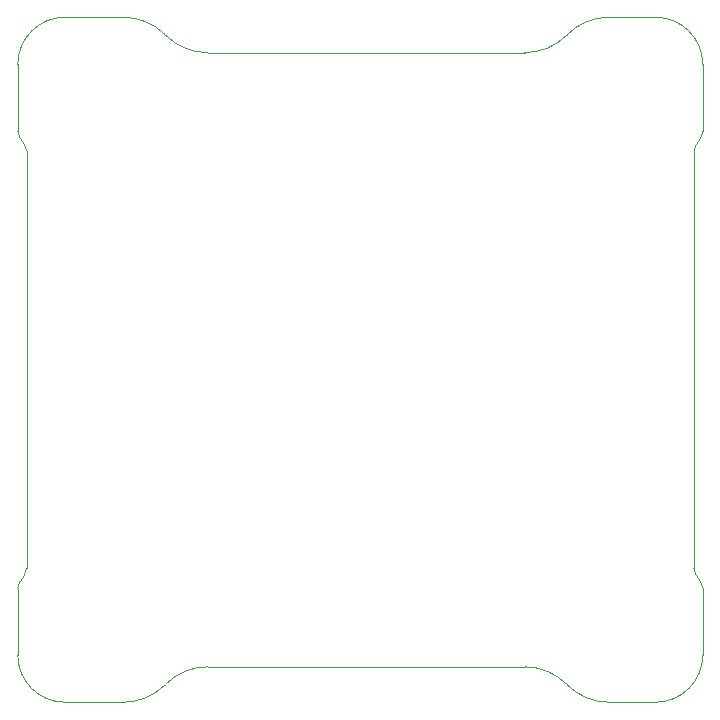
<source format=gbr>
%TF.GenerationSoftware,KiCad,Pcbnew,8.0.0*%
%TF.CreationDate,2024-06-23T16:30:46+02:00*%
%TF.ProjectId,TSAL,5453414c-2e6b-4696-9361-645f70636258,V2.1*%
%TF.SameCoordinates,Original*%
%TF.FileFunction,Profile,NP*%
%FSLAX46Y46*%
G04 Gerber Fmt 4.6, Leading zero omitted, Abs format (unit mm)*
G04 Created by KiCad (PCBNEW 8.0.0) date 2024-06-23 16:30:46*
%MOMM*%
%LPD*%
G01*
G04 APERTURE LIST*
%TA.AperFunction,Profile*%
%ADD10C,0.100000*%
%TD*%
G04 APERTURE END LIST*
D10*
X76821000Y-37110333D02*
G75*
G02*
X77021000Y-37710333I-800173J-600058D01*
G01*
X76271000Y-30377000D02*
G75*
G02*
X80271000Y-26377000I4000000J0D01*
G01*
X77021000Y-73043667D02*
G75*
G02*
X76821000Y-73643667I-999799J-67D01*
G01*
X122806535Y-27841467D02*
G75*
G02*
X126342068Y-26376978I3535565J-3535533D01*
G01*
X119199932Y-81377000D02*
X92342068Y-81377000D01*
X88806534Y-82841466D02*
G75*
G02*
X92342068Y-81377000I3535534J-3535534D01*
G01*
X134071000Y-74110333D02*
G75*
G02*
X134271000Y-74710333I-800200J-600067D01*
G01*
X122735465Y-27912533D02*
G75*
G02*
X119199932Y-29377022I-3535565J3535533D01*
G01*
X88735466Y-82912534D02*
G75*
G02*
X85199932Y-84377000I-3535534J3535534D01*
G01*
X130271000Y-84377000D02*
X126342068Y-84377000D01*
X134271000Y-30377000D02*
X134271000Y-36043667D01*
X80271000Y-84377000D02*
G75*
G02*
X76271000Y-80377000I0J4000000D01*
G01*
X122806534Y-82912534D02*
X122735466Y-82841466D01*
X80271000Y-26377000D02*
X85199932Y-26377000D01*
X76821000Y-37110333D02*
X76471000Y-36643667D01*
X92342068Y-29377000D02*
G75*
G02*
X88806534Y-27912534I-15J4999963D01*
G01*
X133521000Y-37710333D02*
G75*
G02*
X133720984Y-37110321I1000000J33D01*
G01*
X88735466Y-27841466D02*
X88806534Y-27912534D01*
X76271000Y-74710333D02*
G75*
G02*
X76471000Y-74110333I999799J67D01*
G01*
X126342068Y-26377000D02*
X130271000Y-26377000D01*
X76271000Y-36043667D02*
X76271000Y-30377000D01*
X92342068Y-29377000D02*
X119199932Y-29377000D01*
X134271000Y-36043667D02*
G75*
G02*
X134070984Y-36643655I-999800J-33D01*
G01*
X88806534Y-82841466D02*
X88735466Y-82912534D01*
X133521000Y-37710333D02*
X133521000Y-73043667D01*
X134271000Y-80377000D02*
G75*
G02*
X130271000Y-84377000I-4000000J0D01*
G01*
X76471000Y-74110333D02*
X76821000Y-73643667D01*
X85199932Y-84377000D02*
X80271000Y-84377000D01*
X76271000Y-80377000D02*
X76271000Y-74710333D01*
X133721000Y-73643667D02*
X134071000Y-74110333D01*
X134071000Y-36643667D02*
X133721000Y-37110333D01*
X126342068Y-84377000D02*
G75*
G02*
X122806509Y-82912559I32J5000200D01*
G01*
X77021000Y-73043667D02*
X77021000Y-37710333D01*
X130271000Y-26377000D02*
G75*
G02*
X134271000Y-30377000I0J-4000000D01*
G01*
X133721000Y-73643667D02*
G75*
G02*
X133521000Y-73043667I800200J600067D01*
G01*
X119199932Y-81377000D02*
G75*
G02*
X122735467Y-82841465I18J-4999960D01*
G01*
X134271000Y-74710333D02*
X134271000Y-80377000D01*
X85199932Y-26377000D02*
G75*
G02*
X88735466Y-27841466I15J-4999963D01*
G01*
X76471000Y-36643667D02*
G75*
G02*
X76271000Y-36043667I800173J600058D01*
G01*
X122735466Y-27912534D02*
X122806534Y-27841466D01*
M02*

</source>
